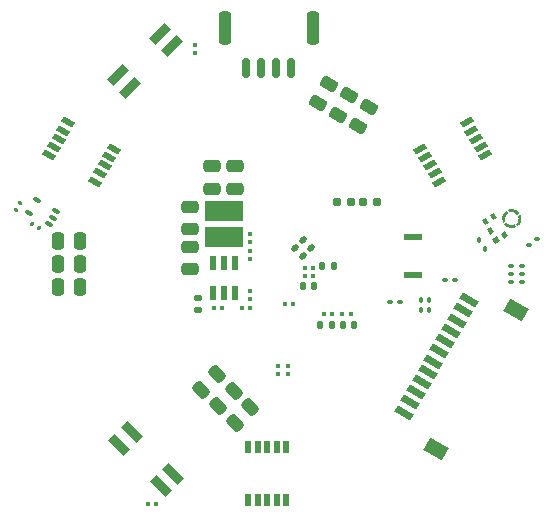
<source format=gbr>
%TF.GenerationSoftware,KiCad,Pcbnew,9.0.5*%
%TF.CreationDate,2025-10-19T17:26:29+02:00*%
%TF.ProjectId,PCB_PAPI,5043425f-5041-4504-992e-6b696361645f,rev?*%
%TF.SameCoordinates,Original*%
%TF.FileFunction,Paste,Bot*%
%TF.FilePolarity,Positive*%
%FSLAX46Y46*%
G04 Gerber Fmt 4.6, Leading zero omitted, Abs format (unit mm)*
G04 Created by KiCad (PCBNEW 9.0.5) date 2025-10-19 17:26:29*
%MOMM*%
%LPD*%
G01*
G04 APERTURE LIST*
G04 Aperture macros list*
%AMRoundRect*
0 Rectangle with rounded corners*
0 $1 Rounding radius*
0 $2 $3 $4 $5 $6 $7 $8 $9 X,Y pos of 4 corners*
0 Add a 4 corners polygon primitive as box body*
4,1,4,$2,$3,$4,$5,$6,$7,$8,$9,$2,$3,0*
0 Add four circle primitives for the rounded corners*
1,1,$1+$1,$2,$3*
1,1,$1+$1,$4,$5*
1,1,$1+$1,$6,$7*
1,1,$1+$1,$8,$9*
0 Add four rect primitives between the rounded corners*
20,1,$1+$1,$2,$3,$4,$5,0*
20,1,$1+$1,$4,$5,$6,$7,0*
20,1,$1+$1,$6,$7,$8,$9,0*
20,1,$1+$1,$8,$9,$2,$3,0*%
%AMRotRect*
0 Rectangle, with rotation*
0 The origin of the aperture is its center*
0 $1 length*
0 $2 width*
0 $3 Rotation angle, in degrees counterclockwise*
0 Add horizontal line*
21,1,$1,$2,0,0,$3*%
G04 Aperture macros list end*
%ADD10C,0.000000*%
%ADD11RoundRect,0.160000X0.197500X0.160000X-0.197500X0.160000X-0.197500X-0.160000X0.197500X-0.160000X0*%
%ADD12RoundRect,0.140000X0.219203X0.021213X0.021213X0.219203X-0.219203X-0.021213X-0.021213X-0.219203X0*%
%ADD13RoundRect,0.250000X0.250000X0.475000X-0.250000X0.475000X-0.250000X-0.475000X0.250000X-0.475000X0*%
%ADD14RotRect,0.500000X1.100000X240.000000*%
%ADD15RoundRect,0.079500X-0.119099X-0.047286X0.018599X-0.126786X0.119099X0.047286X-0.018599X0.126786X0*%
%ADD16RoundRect,0.250000X0.286362X-0.454006X0.536362X-0.020994X-0.286362X0.454006X-0.536362X0.020994X0*%
%ADD17RotRect,0.500000X1.100000X120.000000*%
%ADD18RoundRect,0.250000X0.159099X-0.512652X0.512652X-0.159099X-0.159099X0.512652X-0.512652X0.159099X0*%
%ADD19RoundRect,0.140000X0.140000X0.170000X-0.140000X0.170000X-0.140000X-0.170000X0.140000X-0.170000X0*%
%ADD20RoundRect,0.079500X0.100500X-0.079500X0.100500X0.079500X-0.100500X0.079500X-0.100500X-0.079500X0*%
%ADD21RoundRect,0.079500X-0.100500X0.079500X-0.100500X-0.079500X0.100500X-0.079500X0.100500X0.079500X0*%
%ADD22RoundRect,0.150000X0.150000X0.700000X-0.150000X0.700000X-0.150000X-0.700000X0.150000X-0.700000X0*%
%ADD23RoundRect,0.250000X0.250000X1.150000X-0.250000X1.150000X-0.250000X-1.150000X0.250000X-1.150000X0*%
%ADD24RoundRect,0.090000X-0.090000X0.139000X-0.090000X-0.139000X0.090000X-0.139000X0.090000X0.139000X0*%
%ADD25RoundRect,0.250000X-0.475000X0.250000X-0.475000X-0.250000X0.475000X-0.250000X0.475000X0.250000X0*%
%ADD26RoundRect,0.090000X0.139000X0.090000X-0.139000X0.090000X-0.139000X-0.090000X0.139000X-0.090000X0*%
%ADD27R,0.600000X1.250000*%
%ADD28RoundRect,0.079500X-0.079500X-0.100500X0.079500X-0.100500X0.079500X0.100500X-0.079500X0.100500X0*%
%ADD29RoundRect,0.090000X0.075378X0.147442X-0.165378X0.008442X-0.075378X-0.147442X0.165378X-0.008442X0*%
%ADD30RoundRect,0.100000X0.244856X-0.025897X-0.144856X0.199103X-0.244856X0.025897X0.144856X-0.199103X0*%
%ADD31RoundRect,0.079500X0.079500X0.100500X-0.079500X0.100500X-0.079500X-0.100500X0.079500X-0.100500X0*%
%ADD32RoundRect,0.090000X-0.139000X-0.090000X0.139000X-0.090000X0.139000X0.090000X-0.139000X0.090000X0*%
%ADD33RoundRect,0.250000X0.475000X-0.250000X0.475000X0.250000X-0.475000X0.250000X-0.475000X-0.250000X0*%
%ADD34RotRect,0.820000X1.800000X315.000000*%
%ADD35RotRect,0.820000X1.800000X135.000000*%
%ADD36RoundRect,0.090000X0.147442X-0.075378X0.008442X0.165378X-0.147442X0.075378X-0.008442X-0.165378X0*%
%ADD37R,0.500000X1.100000*%
%ADD38RotRect,0.600000X1.550000X240.000000*%
%ADD39RotRect,1.200000X1.800000X240.000000*%
%ADD40RoundRect,0.090000X0.090000X-0.139000X0.090000X0.139000X-0.090000X0.139000X-0.090000X-0.139000X0*%
%ADD41RoundRect,0.140000X-0.140000X-0.170000X0.140000X-0.170000X0.140000X0.170000X-0.140000X0.170000X0*%
%ADD42RoundRect,0.155000X-0.212500X-0.155000X0.212500X-0.155000X0.212500X0.155000X-0.212500X0.155000X0*%
%ADD43RoundRect,0.079500X-0.047286X0.119099X-0.126786X-0.018599X0.047286X-0.119099X0.126786X0.018599X0*%
%ADD44R,1.500000X0.550000*%
%ADD45RotRect,0.820000X1.800000X225.000000*%
%ADD46RotRect,0.820000X1.800000X45.000000*%
%ADD47R,3.200000X1.750000*%
%ADD48RoundRect,0.140000X-0.170000X0.140000X-0.170000X-0.140000X0.170000X-0.140000X0.170000X0.140000X0*%
G04 APERTURE END LIST*
D10*
%TO.C,MK2*%
G36*
X147770859Y-79922006D02*
G01*
X147405396Y-80133006D01*
X147155396Y-79699994D01*
X147520859Y-79488994D01*
X147770859Y-79922006D01*
G37*
G36*
X148220859Y-80701429D02*
G01*
X147855396Y-80912429D01*
X147605396Y-80479417D01*
X147970859Y-80268417D01*
X148220859Y-80701429D01*
G37*
G36*
X148482732Y-79511006D02*
G01*
X148117269Y-79722006D01*
X147867269Y-79288994D01*
X148232732Y-79077994D01*
X148482732Y-79511006D01*
G37*
G36*
X148670859Y-81480852D02*
G01*
X148305396Y-81691852D01*
X148055396Y-81258840D01*
X148420859Y-81047840D01*
X148670859Y-81480852D01*
G37*
G36*
X149382732Y-81069852D02*
G01*
X149017269Y-81280852D01*
X148767269Y-80847840D01*
X149132732Y-80636840D01*
X149382732Y-81069852D01*
G37*
G36*
X149322117Y-79961464D02*
G01*
X149410363Y-80029911D01*
X149510433Y-80079638D01*
X149618349Y-80108554D01*
X149729876Y-80115524D01*
X149840523Y-80100371D01*
X149946113Y-80063657D01*
X150071463Y-80280770D01*
X149914336Y-80339617D01*
X149748612Y-80364975D01*
X149581086Y-80355812D01*
X149419075Y-80312401D01*
X149269411Y-80236575D01*
X149138570Y-80131751D01*
X149031917Y-80002224D01*
X149249030Y-79876874D01*
X149322117Y-79961464D01*
G37*
G36*
X149385813Y-79093189D02*
G01*
X149301223Y-79166275D01*
X149232776Y-79254522D01*
X149183049Y-79354592D01*
X149154133Y-79462508D01*
X149147163Y-79574035D01*
X149162317Y-79684682D01*
X149199030Y-79790272D01*
X148981917Y-79915622D01*
X148923070Y-79758495D01*
X148897711Y-79592771D01*
X148906875Y-79425245D01*
X148950286Y-79263234D01*
X149026112Y-79113570D01*
X149130936Y-78982729D01*
X149260463Y-78876076D01*
X149385813Y-79093189D01*
G37*
G36*
X150495458Y-79348351D02*
G01*
X150520817Y-79514075D01*
X150511653Y-79681601D01*
X150468242Y-79843612D01*
X150392416Y-79993276D01*
X150287593Y-80124117D01*
X150158065Y-80230770D01*
X150032715Y-80013657D01*
X150117305Y-79940571D01*
X150185752Y-79852324D01*
X150235479Y-79752254D01*
X150264395Y-79644338D01*
X150271365Y-79532811D01*
X150256212Y-79422164D01*
X150219498Y-79316574D01*
X150436611Y-79191224D01*
X150495458Y-79348351D01*
G37*
G36*
X149837442Y-78751034D02*
G01*
X149999453Y-78794445D01*
X150149117Y-78870270D01*
X150279957Y-78975095D01*
X150386611Y-79104622D01*
X150169498Y-79229972D01*
X150096412Y-79145382D01*
X150008165Y-79076935D01*
X149908095Y-79027208D01*
X149800179Y-78998292D01*
X149688652Y-78991322D01*
X149578005Y-79006475D01*
X149472415Y-79043189D01*
X149347065Y-78826076D01*
X149504193Y-78767230D01*
X149669916Y-78741870D01*
X149837442Y-78751034D01*
G37*
%TD*%
D11*
%TO.C,R41*%
X136097500Y-78200000D03*
X134902500Y-78200000D03*
%TD*%
D12*
%TO.C,C7*%
X132039411Y-82739411D03*
X131360589Y-82060589D03*
%TD*%
D13*
%TO.C,C50*%
X113150000Y-85390000D03*
X111250000Y-85390000D03*
%TD*%
D14*
%TO.C,J9*%
X110532443Y-74185641D03*
X114429557Y-76435641D03*
X110932443Y-73492820D03*
X114829557Y-75742820D03*
X111332443Y-72800000D03*
X115229557Y-75050000D03*
X111732443Y-72107180D03*
X115629557Y-74357180D03*
X112132443Y-71414359D03*
X116029557Y-73664359D03*
%TD*%
D15*
%TO.C,R23*%
X109046221Y-79986160D03*
X109643779Y-80331160D03*
%TD*%
D16*
%TO.C,C54*%
X134975000Y-70772724D03*
X135925000Y-69127276D03*
%TD*%
D17*
%TO.C,J7*%
X145867557Y-71414359D03*
X141970443Y-73664359D03*
X146267557Y-72107180D03*
X142370443Y-74357180D03*
X146667557Y-72800000D03*
X142770443Y-75050000D03*
X147067557Y-73492820D03*
X143170443Y-75742820D03*
X147467557Y-74185641D03*
X143570443Y-76435641D03*
%TD*%
D18*
%TO.C,C49*%
X126228249Y-96871751D03*
X127571751Y-95528249D03*
%TD*%
D19*
%TO.C,C13*%
X134450000Y-88550000D03*
X133490000Y-88550000D03*
%TD*%
D20*
%TO.C,C17*%
X127553705Y-83012982D03*
X127553705Y-82322982D03*
%TD*%
D21*
%TO.C,R13*%
X127553705Y-80852982D03*
X127553705Y-81542982D03*
%TD*%
D22*
%TO.C,SWD1*%
X130978705Y-66797982D03*
X129728705Y-66797982D03*
X128478705Y-66797982D03*
X127228705Y-66797982D03*
D23*
X132828705Y-63447982D03*
X125378705Y-63447982D03*
%TD*%
D24*
%TO.C,R39*%
X142000000Y-86417500D03*
X142000000Y-87282500D03*
%TD*%
D25*
%TO.C,C20*%
X122453705Y-78550000D03*
X122453705Y-80450000D03*
%TD*%
D26*
%TO.C,R35*%
X150540000Y-84250000D03*
X149675000Y-84250000D03*
%TD*%
D27*
%TO.C,IC1*%
X126303705Y-85847982D03*
X125353705Y-85847982D03*
X124403705Y-85847982D03*
X124403705Y-83347982D03*
X125353705Y-83347982D03*
X126303705Y-83347982D03*
%TD*%
D28*
%TO.C,R11*%
X124488705Y-87147982D03*
X125178705Y-87147982D03*
%TD*%
D29*
%TO.C,C30*%
X151874556Y-81333750D03*
X151125444Y-81766250D03*
%TD*%
D30*
%TO.C,IC8*%
X111147724Y-78912083D03*
X110822724Y-79475000D03*
X110497724Y-80037917D03*
X108852276Y-79087917D03*
X109502276Y-77962083D03*
%TD*%
D19*
%TO.C,C14*%
X132980000Y-85300000D03*
X132020000Y-85300000D03*
%TD*%
D13*
%TO.C,C51*%
X113150000Y-83420000D03*
X111250000Y-83420000D03*
%TD*%
D31*
%TO.C,C4*%
X132845000Y-84450000D03*
X132155000Y-84450000D03*
%TD*%
D32*
%TO.C,C68*%
X139367500Y-86650000D03*
X140232500Y-86650000D03*
%TD*%
D33*
%TO.C,C18*%
X124300000Y-77050000D03*
X124300000Y-75150000D03*
%TD*%
D18*
%TO.C,C48*%
X124828249Y-95471751D03*
X126171751Y-94128249D03*
%TD*%
%TO.C,C46*%
X123428249Y-94071751D03*
X124771751Y-92728249D03*
%TD*%
D19*
%TO.C,C2*%
X136330000Y-88550000D03*
X135370000Y-88550000D03*
%TD*%
D34*
%TO.C,LED2*%
X120946633Y-64962563D03*
D35*
X119885973Y-63901903D03*
D34*
X116350439Y-67437437D03*
D35*
X117411099Y-68498097D03*
%TD*%
D26*
%TO.C,C61*%
X150540000Y-83550000D03*
X149675000Y-83550000D03*
%TD*%
D36*
%TO.C,R15*%
X147396250Y-82154556D03*
X146963750Y-81405444D03*
%TD*%
D31*
%TO.C,C6*%
X136045000Y-87600000D03*
X135355000Y-87600000D03*
%TD*%
D33*
%TO.C,C15*%
X122453705Y-83847982D03*
X122453705Y-81947982D03*
%TD*%
D21*
%TO.C,C58*%
X122900000Y-64885000D03*
X122900000Y-65575000D03*
%TD*%
D37*
%TO.C,J8*%
X130600000Y-103400000D03*
X130600000Y-98900000D03*
X129800000Y-103400000D03*
X129800000Y-98900000D03*
X129000000Y-103400000D03*
X129000000Y-98900000D03*
X128200000Y-103400000D03*
X128200000Y-98900000D03*
X127400000Y-103400000D03*
X127400000Y-98900000D03*
%TD*%
D13*
%TO.C,C52*%
X113150000Y-81430000D03*
X111250000Y-81430000D03*
%TD*%
D38*
%TO.C,J5*%
X146069400Y-86468360D03*
X145569400Y-87334386D03*
X145069400Y-88200411D03*
X144569400Y-89066436D03*
X144069400Y-89932462D03*
X143569400Y-90798487D03*
X143069400Y-91664513D03*
X142569400Y-92530538D03*
X142069400Y-93396564D03*
X141569400Y-94262589D03*
X141069400Y-95128614D03*
X140569400Y-95994640D03*
D39*
X150075248Y-87280027D03*
X143275248Y-99057973D03*
%TD*%
D20*
%TO.C,R27*%
X130773705Y-92732982D03*
X130773705Y-92042982D03*
%TD*%
D16*
%TO.C,C55*%
X133275000Y-69772724D03*
X134225000Y-68127276D03*
%TD*%
D32*
%TO.C,C71*%
X144017500Y-84800000D03*
X144882500Y-84800000D03*
%TD*%
D40*
%TO.C,R37*%
X142700000Y-87282500D03*
X142700000Y-86417500D03*
%TD*%
D31*
%TO.C,C11*%
X132845000Y-83750000D03*
X132155000Y-83750000D03*
%TD*%
D12*
%TO.C,C10*%
X132739411Y-82039411D03*
X132060589Y-81360589D03*
%TD*%
D33*
%TO.C,C19*%
X126300000Y-77050000D03*
X126300000Y-75150000D03*
%TD*%
D16*
%TO.C,C53*%
X136675000Y-71745448D03*
X137625000Y-70100000D03*
%TD*%
D41*
%TO.C,C8*%
X133670000Y-83550000D03*
X134630000Y-83550000D03*
%TD*%
D31*
%TO.C,C12*%
X134515000Y-87600000D03*
X133825000Y-87600000D03*
%TD*%
D42*
%TO.C,C32*%
X137132500Y-78200000D03*
X138267500Y-78200000D03*
%TD*%
D26*
%TO.C,R36*%
X150522500Y-84950000D03*
X149657500Y-84950000D03*
%TD*%
D31*
%TO.C,C57*%
X119555000Y-103770000D03*
X118865000Y-103770000D03*
%TD*%
D20*
%TO.C,R26*%
X129943705Y-92732982D03*
X129943705Y-92042982D03*
%TD*%
D43*
%TO.C,C56*%
X108036160Y-78247561D03*
X107691160Y-78845119D03*
%TD*%
D31*
%TO.C,C3*%
X131205000Y-86810000D03*
X130515000Y-86810000D03*
%TD*%
D44*
%TO.C,SW1*%
X141300000Y-81125000D03*
X141300000Y-84375000D03*
%TD*%
D28*
%TO.C,R12*%
X126878705Y-87157982D03*
X127568705Y-87157982D03*
%TD*%
D45*
%TO.C,LED3*%
X119977437Y-102230315D03*
D46*
X121038097Y-101169655D03*
D45*
X117502563Y-97634121D03*
D46*
X116441903Y-98694781D03*
%TD*%
D47*
%TO.C,L1*%
X125353705Y-81147982D03*
X125353705Y-78947982D03*
%TD*%
D48*
%TO.C,C16*%
X123100000Y-86320000D03*
X123100000Y-87280000D03*
%TD*%
D21*
%TO.C,R14*%
X127543705Y-85672982D03*
X127543705Y-86362982D03*
%TD*%
M02*

</source>
